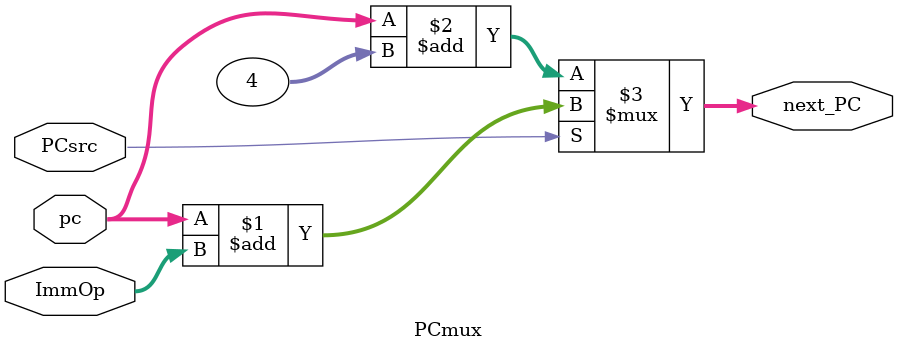
<source format=sv>
module PCmux #(
    parameter ADDRESS_WIDTH = 32
)(
    input logic PCsrc,
    input logic [ADDRESS_WIDTH-1:0] pc ,
    input logic [ADDRESS_WIDTH-1:0] ImmOp,
    output logic [ADDRESS_WIDTH-1:0] next_PC
);

    assign next_PC = PCsrc ? pc + ImmOp : pc + 32'd4;

endmodule

</source>
